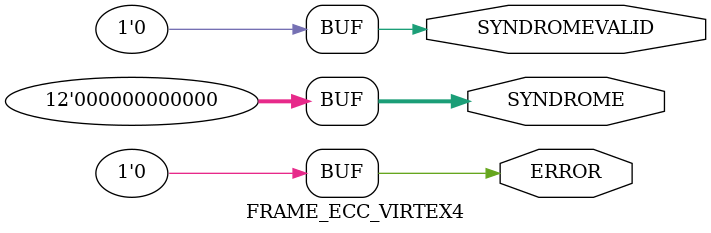
<source format=v>
module FRAME_ECC_VIRTEX4(	// file.cleaned.mlir:2:3
  output        ERROR,	// file.cleaned.mlir:2:36
  output [11:0] SYNDROME,	// file.cleaned.mlir:2:52
  output        SYNDROMEVALID	// file.cleaned.mlir:2:72
);

  assign ERROR = 1'h0;	// file.cleaned.mlir:3:14, :5:5
  assign SYNDROME = 12'h0;	// file.cleaned.mlir:4:15, :5:5
  assign SYNDROMEVALID = 1'h0;	// file.cleaned.mlir:3:14, :5:5
endmodule


</source>
